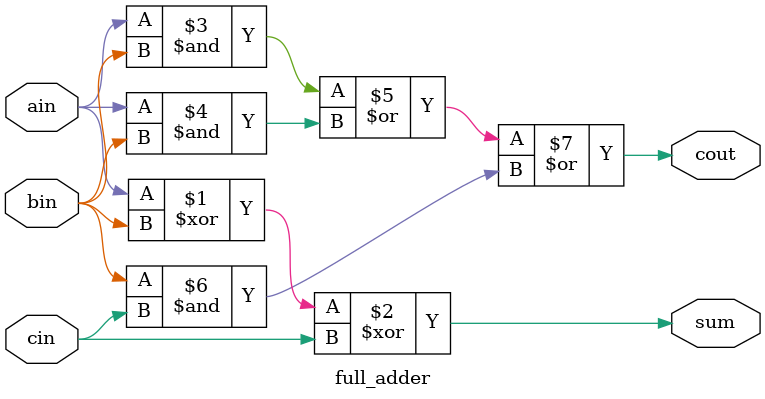
<source format=v>
`timescale 1ns / 1ps


module full_adder(
    output cout,
    output sum,
    input ain,
    input bin,
    input cin);
    
    assign sum = ain ^ bin ^ cin;
    assign cout = (ain & bin) | (ain & bin) | (bin & cin);
endmodule

</source>
